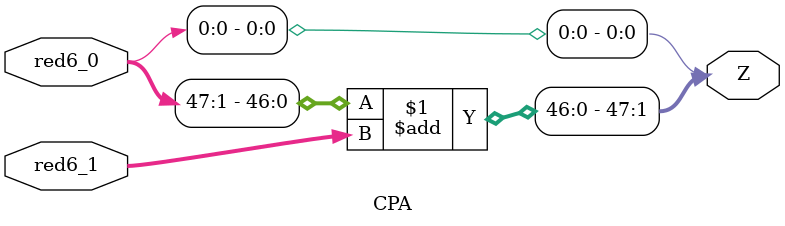
<source format=sv>
module CPA(
  input [47:0]red6_0,
  input [46:0]red6_1,
  
  output [47:0]Z);
  
  assign Z[0] = red6_0[0];
  
  assign Z[47:1] = red6_0[47:1] + red6_1;
  
endmodule

</source>
